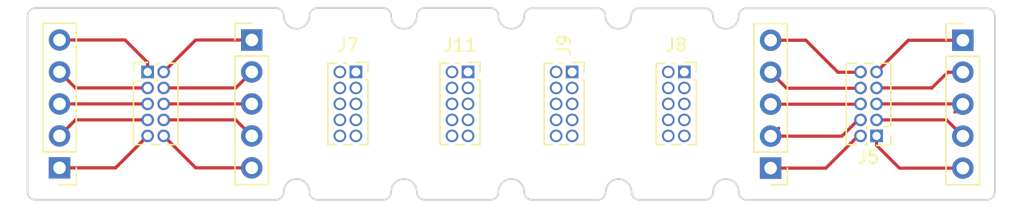
<source format=kicad_pcb>
(kicad_pcb (version 20171130) (host pcbnew "(5.0.0)")

  (general
    (thickness 1.6)
    (drawings 83)
    (tracks 48)
    (zones 0)
    (modules 10)
    (nets 21)
  )

  (page A4)
  (layers
    (0 F.Cu signal)
    (31 B.Cu signal)
    (32 B.Adhes user)
    (33 F.Adhes user)
    (34 B.Paste user)
    (35 F.Paste user)
    (36 B.SilkS user)
    (37 F.SilkS user)
    (38 B.Mask user)
    (39 F.Mask user)
    (40 Dwgs.User user hide)
    (41 Cmts.User user)
    (42 Eco1.User user)
    (43 Eco2.User user)
    (44 Edge.Cuts user)
    (45 Margin user)
    (46 B.CrtYd user)
    (47 F.CrtYd user)
    (48 B.Fab user)
    (49 F.Fab user)
  )

  (setup
    (last_trace_width 0.25)
    (trace_clearance 0.2)
    (zone_clearance 0.508)
    (zone_45_only no)
    (trace_min 0.2)
    (segment_width 0.2)
    (edge_width 0.15)
    (via_size 0.8)
    (via_drill 0.4)
    (via_min_size 0.4)
    (via_min_drill 0.3)
    (uvia_size 0.3)
    (uvia_drill 0.1)
    (uvias_allowed no)
    (uvia_min_size 0.2)
    (uvia_min_drill 0.1)
    (pcb_text_width 0.3)
    (pcb_text_size 1.5 1.5)
    (mod_edge_width 0.15)
    (mod_text_size 1 1)
    (mod_text_width 0.15)
    (pad_size 1.524 1.524)
    (pad_drill 0.762)
    (pad_to_mask_clearance 0.2)
    (aux_axis_origin 0 0)
    (visible_elements 7FFFFFFF)
    (pcbplotparams
      (layerselection 0x010fc_ffffffff)
      (usegerberextensions false)
      (usegerberattributes false)
      (usegerberadvancedattributes false)
      (creategerberjobfile false)
      (excludeedgelayer true)
      (linewidth 0.100000)
      (plotframeref false)
      (viasonmask false)
      (mode 1)
      (useauxorigin false)
      (hpglpennumber 1)
      (hpglpenspeed 20)
      (hpglpendiameter 15.000000)
      (psnegative false)
      (psa4output false)
      (plotreference true)
      (plotvalue true)
      (plotinvisibletext false)
      (padsonsilk false)
      (subtractmaskfromsilk false)
      (outputformat 1)
      (mirror false)
      (drillshape 0)
      (scaleselection 1)
      (outputdirectory "gerber/"))
  )

  (net 0 "")
  (net 1 "Net-(J1-Pad1)")
  (net 2 "Net-(J1-Pad2)")
  (net 3 "Net-(J1-Pad3)")
  (net 4 "Net-(J1-Pad4)")
  (net 5 "Net-(J1-Pad5)")
  (net 6 "Net-(J2-Pad2)")
  (net 7 "Net-(J2-Pad4)")
  (net 8 "Net-(J2-Pad6)")
  (net 9 "Net-(J2-Pad8)")
  (net 10 "Net-(J2-Pad10)")
  (net 11 "Net-(J4-Pad5)")
  (net 12 "Net-(J4-Pad4)")
  (net 13 "Net-(J4-Pad3)")
  (net 14 "Net-(J4-Pad2)")
  (net 15 "Net-(J4-Pad1)")
  (net 16 "Net-(J5-Pad10)")
  (net 17 "Net-(J5-Pad8)")
  (net 18 "Net-(J5-Pad6)")
  (net 19 "Net-(J5-Pad2)")
  (net 20 "Net-(J5-Pad4)")

  (net_class Default "This is the default net class."
    (clearance 0.2)
    (trace_width 0.25)
    (via_dia 0.8)
    (via_drill 0.4)
    (uvia_dia 0.3)
    (uvia_drill 0.1)
    (add_net "Net-(J1-Pad1)")
    (add_net "Net-(J1-Pad2)")
    (add_net "Net-(J1-Pad3)")
    (add_net "Net-(J1-Pad4)")
    (add_net "Net-(J1-Pad5)")
    (add_net "Net-(J2-Pad10)")
    (add_net "Net-(J2-Pad2)")
    (add_net "Net-(J2-Pad4)")
    (add_net "Net-(J2-Pad6)")
    (add_net "Net-(J2-Pad8)")
    (add_net "Net-(J4-Pad1)")
    (add_net "Net-(J4-Pad2)")
    (add_net "Net-(J4-Pad3)")
    (add_net "Net-(J4-Pad4)")
    (add_net "Net-(J4-Pad5)")
    (add_net "Net-(J5-Pad10)")
    (add_net "Net-(J5-Pad2)")
    (add_net "Net-(J5-Pad4)")
    (add_net "Net-(J5-Pad6)")
    (add_net "Net-(J5-Pad8)")
  )

  (module Connector_PinHeader_2.54mm:PinHeader_1x05_P2.54mm_Vertical (layer F.Cu) (tedit 5C55BE3F) (tstamp 5C6E4296)
    (at 27.94 38.1 180)
    (descr "Through hole straight pin header, 1x05, 2.54mm pitch, single row")
    (tags "Through hole pin header THT 1x05 2.54mm single row")
    (path /5C9ECFC9)
    (fp_text reference J1 (at 0 -2.33 180) (layer F.SilkS) hide
      (effects (font (size 1 1) (thickness 0.15)))
    )
    (fp_text value Conn_01x05 (at 0 12.49 180) (layer F.Fab)
      (effects (font (size 1 1) (thickness 0.15)))
    )
    (fp_line (start -0.635 -1.27) (end 1.27 -1.27) (layer F.Fab) (width 0.1))
    (fp_line (start 1.27 -1.27) (end 1.27 11.43) (layer F.Fab) (width 0.1))
    (fp_line (start 1.27 11.43) (end -1.27 11.43) (layer F.Fab) (width 0.1))
    (fp_line (start -1.27 11.43) (end -1.27 -0.635) (layer F.Fab) (width 0.1))
    (fp_line (start -1.27 -0.635) (end -0.635 -1.27) (layer F.Fab) (width 0.1))
    (fp_line (start -1.33 11.49) (end 1.33 11.49) (layer F.SilkS) (width 0.12))
    (fp_line (start -1.33 1.27) (end -1.33 11.49) (layer F.SilkS) (width 0.12))
    (fp_line (start 1.33 1.27) (end 1.33 11.49) (layer F.SilkS) (width 0.12))
    (fp_line (start -1.33 1.27) (end 1.33 1.27) (layer F.SilkS) (width 0.12))
    (fp_line (start -1.33 0) (end -1.33 -1.33) (layer F.SilkS) (width 0.12))
    (fp_line (start -1.33 -1.33) (end 0 -1.33) (layer F.SilkS) (width 0.12))
    (fp_line (start -1.8 -1.8) (end -1.8 11.95) (layer F.CrtYd) (width 0.05))
    (fp_line (start -1.8 11.95) (end 1.8 11.95) (layer F.CrtYd) (width 0.05))
    (fp_line (start 1.8 11.95) (end 1.8 -1.8) (layer F.CrtYd) (width 0.05))
    (fp_line (start 1.8 -1.8) (end -1.8 -1.8) (layer F.CrtYd) (width 0.05))
    (fp_text user %R (at 0 5.08 270) (layer F.Fab)
      (effects (font (size 1 1) (thickness 0.15)))
    )
    (pad 1 thru_hole rect (at 0 0 180) (size 1.7 1.7) (drill 1) (layers *.Cu *.Mask)
      (net 1 "Net-(J1-Pad1)"))
    (pad 2 thru_hole oval (at 0 2.54 180) (size 1.7 1.7) (drill 1) (layers *.Cu *.Mask)
      (net 2 "Net-(J1-Pad2)"))
    (pad 3 thru_hole oval (at 0 5.08 180) (size 1.7 1.7) (drill 1) (layers *.Cu *.Mask)
      (net 3 "Net-(J1-Pad3)"))
    (pad 4 thru_hole oval (at 0 7.62 180) (size 1.7 1.7) (drill 1) (layers *.Cu *.Mask)
      (net 4 "Net-(J1-Pad4)"))
    (pad 5 thru_hole oval (at 0 10.16 180) (size 1.7 1.7) (drill 1) (layers *.Cu *.Mask)
      (net 5 "Net-(J1-Pad5)"))
    (model ${KISYS3DMOD}/Connector_PinHeader_2.54mm.3dshapes/PinHeader_1x05_P2.54mm_Vertical.wrl
      (at (xyz 0 0 0))
      (scale (xyz 1 1 1))
      (rotate (xyz 0 0 0))
    )
  )

  (module Connector_PinHeader_1.27mm:PinHeader_2x05_P1.27mm_Vertical (layer F.Cu) (tedit 5C55BE42) (tstamp 5C6E42BB)
    (at 34.925 30.48)
    (descr "Through hole straight pin header, 2x05, 1.27mm pitch, double rows")
    (tags "Through hole pin header THT 2x05 1.27mm double row")
    (path /5C9E812B)
    (fp_text reference J2 (at 0.635 -1.695) (layer F.SilkS) hide
      (effects (font (size 1 1) (thickness 0.15)))
    )
    (fp_text value "Cortex Debug 10-pin connector" (at 0.635 6.775) (layer F.Fab)
      (effects (font (size 1 1) (thickness 0.15)))
    )
    (fp_line (start -0.2175 -0.635) (end 2.34 -0.635) (layer F.Fab) (width 0.1))
    (fp_line (start 2.34 -0.635) (end 2.34 5.715) (layer F.Fab) (width 0.1))
    (fp_line (start 2.34 5.715) (end -1.07 5.715) (layer F.Fab) (width 0.1))
    (fp_line (start -1.07 5.715) (end -1.07 0.2175) (layer F.Fab) (width 0.1))
    (fp_line (start -1.07 0.2175) (end -0.2175 -0.635) (layer F.Fab) (width 0.1))
    (fp_line (start -1.13 5.775) (end -0.30753 5.775) (layer F.SilkS) (width 0.12))
    (fp_line (start 1.57753 5.775) (end 2.4 5.775) (layer F.SilkS) (width 0.12))
    (fp_line (start 0.30753 5.775) (end 0.96247 5.775) (layer F.SilkS) (width 0.12))
    (fp_line (start -1.13 0.76) (end -1.13 5.775) (layer F.SilkS) (width 0.12))
    (fp_line (start 2.4 -0.695) (end 2.4 5.775) (layer F.SilkS) (width 0.12))
    (fp_line (start -1.13 0.76) (end -0.563471 0.76) (layer F.SilkS) (width 0.12))
    (fp_line (start 0.563471 0.76) (end 0.706529 0.76) (layer F.SilkS) (width 0.12))
    (fp_line (start 0.76 0.706529) (end 0.76 0.563471) (layer F.SilkS) (width 0.12))
    (fp_line (start 0.76 -0.563471) (end 0.76 -0.695) (layer F.SilkS) (width 0.12))
    (fp_line (start 0.76 -0.695) (end 0.96247 -0.695) (layer F.SilkS) (width 0.12))
    (fp_line (start 1.57753 -0.695) (end 2.4 -0.695) (layer F.SilkS) (width 0.12))
    (fp_line (start -1.13 0) (end -1.13 -0.76) (layer F.SilkS) (width 0.12))
    (fp_line (start -1.13 -0.76) (end 0 -0.76) (layer F.SilkS) (width 0.12))
    (fp_line (start -1.6 -1.15) (end -1.6 6.25) (layer F.CrtYd) (width 0.05))
    (fp_line (start -1.6 6.25) (end 2.85 6.25) (layer F.CrtYd) (width 0.05))
    (fp_line (start 2.85 6.25) (end 2.85 -1.15) (layer F.CrtYd) (width 0.05))
    (fp_line (start 2.85 -1.15) (end -1.6 -1.15) (layer F.CrtYd) (width 0.05))
    (fp_text user %R (at 0.635 2.54 90) (layer F.Fab)
      (effects (font (size 1 1) (thickness 0.15)))
    )
    (pad 1 thru_hole rect (at 0 0) (size 1 1) (drill 0.65) (layers *.Cu *.Mask)
      (net 5 "Net-(J1-Pad5)"))
    (pad 2 thru_hole oval (at 1.27 0) (size 1 1) (drill 0.65) (layers *.Cu *.Mask)
      (net 6 "Net-(J2-Pad2)"))
    (pad 3 thru_hole oval (at 0 1.27) (size 1 1) (drill 0.65) (layers *.Cu *.Mask)
      (net 4 "Net-(J1-Pad4)"))
    (pad 4 thru_hole oval (at 1.27 1.27) (size 1 1) (drill 0.65) (layers *.Cu *.Mask)
      (net 7 "Net-(J2-Pad4)"))
    (pad 5 thru_hole oval (at 0 2.54) (size 1 1) (drill 0.65) (layers *.Cu *.Mask)
      (net 3 "Net-(J1-Pad3)"))
    (pad 6 thru_hole oval (at 1.27 2.54) (size 1 1) (drill 0.65) (layers *.Cu *.Mask)
      (net 8 "Net-(J2-Pad6)"))
    (pad 7 thru_hole oval (at 0 3.81) (size 1 1) (drill 0.65) (layers *.Cu *.Mask)
      (net 2 "Net-(J1-Pad2)"))
    (pad 8 thru_hole oval (at 1.27 3.81) (size 1 1) (drill 0.65) (layers *.Cu *.Mask)
      (net 9 "Net-(J2-Pad8)"))
    (pad 9 thru_hole oval (at 0 5.08) (size 1 1) (drill 0.65) (layers *.Cu *.Mask)
      (net 1 "Net-(J1-Pad1)"))
    (pad 10 thru_hole oval (at 1.27 5.08) (size 1 1) (drill 0.65) (layers *.Cu *.Mask)
      (net 10 "Net-(J2-Pad10)"))
    (model ${KISYS3DMOD}/Connector_PinHeader_1.27mm.3dshapes/PinHeader_2x05_P1.27mm_Vertical.wrl
      (at (xyz 0 0 0))
      (scale (xyz 1 1 1))
      (rotate (xyz 0 0 0))
    )
  )

  (module Connector_PinHeader_2.54mm:PinHeader_1x05_P2.54mm_Vertical (layer F.Cu) (tedit 5C55BE3B) (tstamp 5C6E42D4)
    (at 43.18 27.94)
    (descr "Through hole straight pin header, 1x05, 2.54mm pitch, single row")
    (tags "Through hole pin header THT 1x05 2.54mm single row")
    (path /5C9ED083)
    (fp_text reference J3 (at 0 -2.33) (layer F.SilkS) hide
      (effects (font (size 1 1) (thickness 0.15)))
    )
    (fp_text value Conn_01x05 (at 0 12.49) (layer F.Fab)
      (effects (font (size 1 1) (thickness 0.15)))
    )
    (fp_text user %R (at 0 5.08 90) (layer F.Fab)
      (effects (font (size 1 1) (thickness 0.15)))
    )
    (fp_line (start 1.8 -1.8) (end -1.8 -1.8) (layer F.CrtYd) (width 0.05))
    (fp_line (start 1.8 11.95) (end 1.8 -1.8) (layer F.CrtYd) (width 0.05))
    (fp_line (start -1.8 11.95) (end 1.8 11.95) (layer F.CrtYd) (width 0.05))
    (fp_line (start -1.8 -1.8) (end -1.8 11.95) (layer F.CrtYd) (width 0.05))
    (fp_line (start -1.33 -1.33) (end 0 -1.33) (layer F.SilkS) (width 0.12))
    (fp_line (start -1.33 0) (end -1.33 -1.33) (layer F.SilkS) (width 0.12))
    (fp_line (start -1.33 1.27) (end 1.33 1.27) (layer F.SilkS) (width 0.12))
    (fp_line (start 1.33 1.27) (end 1.33 11.49) (layer F.SilkS) (width 0.12))
    (fp_line (start -1.33 1.27) (end -1.33 11.49) (layer F.SilkS) (width 0.12))
    (fp_line (start -1.33 11.49) (end 1.33 11.49) (layer F.SilkS) (width 0.12))
    (fp_line (start -1.27 -0.635) (end -0.635 -1.27) (layer F.Fab) (width 0.1))
    (fp_line (start -1.27 11.43) (end -1.27 -0.635) (layer F.Fab) (width 0.1))
    (fp_line (start 1.27 11.43) (end -1.27 11.43) (layer F.Fab) (width 0.1))
    (fp_line (start 1.27 -1.27) (end 1.27 11.43) (layer F.Fab) (width 0.1))
    (fp_line (start -0.635 -1.27) (end 1.27 -1.27) (layer F.Fab) (width 0.1))
    (pad 5 thru_hole oval (at 0 10.16) (size 1.7 1.7) (drill 1) (layers *.Cu *.Mask)
      (net 10 "Net-(J2-Pad10)"))
    (pad 4 thru_hole oval (at 0 7.62) (size 1.7 1.7) (drill 1) (layers *.Cu *.Mask)
      (net 9 "Net-(J2-Pad8)"))
    (pad 3 thru_hole oval (at 0 5.08) (size 1.7 1.7) (drill 1) (layers *.Cu *.Mask)
      (net 8 "Net-(J2-Pad6)"))
    (pad 2 thru_hole oval (at 0 2.54) (size 1.7 1.7) (drill 1) (layers *.Cu *.Mask)
      (net 7 "Net-(J2-Pad4)"))
    (pad 1 thru_hole rect (at 0 0) (size 1.7 1.7) (drill 1) (layers *.Cu *.Mask)
      (net 6 "Net-(J2-Pad2)"))
    (model ${KISYS3DMOD}/Connector_PinHeader_2.54mm.3dshapes/PinHeader_1x05_P2.54mm_Vertical.wrl
      (at (xyz 0 0 0))
      (scale (xyz 1 1 1))
      (rotate (xyz 0 0 0))
    )
  )

  (module Connector_PinHeader_2.54mm:PinHeader_1x05_P2.54mm_Vertical (layer F.Cu) (tedit 5C55BE2B) (tstamp 5C6E42ED)
    (at 99.552017 27.960885)
    (descr "Through hole straight pin header, 1x05, 2.54mm pitch, single row")
    (tags "Through hole pin header THT 1x05 2.54mm single row")
    (path /5C9E8345)
    (fp_text reference J4 (at 0 -2.33) (layer F.SilkS) hide
      (effects (font (size 1 1) (thickness 0.15)))
    )
    (fp_text value Conn_01x05 (at 0 12.49) (layer F.Fab)
      (effects (font (size 1 1) (thickness 0.15)))
    )
    (fp_text user %R (at 0 5.08 90) (layer F.Fab)
      (effects (font (size 1 1) (thickness 0.15)))
    )
    (fp_line (start 1.8 -1.8) (end -1.8 -1.8) (layer F.CrtYd) (width 0.05))
    (fp_line (start 1.8 11.95) (end 1.8 -1.8) (layer F.CrtYd) (width 0.05))
    (fp_line (start -1.8 11.95) (end 1.8 11.95) (layer F.CrtYd) (width 0.05))
    (fp_line (start -1.8 -1.8) (end -1.8 11.95) (layer F.CrtYd) (width 0.05))
    (fp_line (start -1.33 -1.33) (end 0 -1.33) (layer F.SilkS) (width 0.12))
    (fp_line (start -1.33 0) (end -1.33 -1.33) (layer F.SilkS) (width 0.12))
    (fp_line (start -1.33 1.27) (end 1.33 1.27) (layer F.SilkS) (width 0.12))
    (fp_line (start 1.33 1.27) (end 1.33 11.49) (layer F.SilkS) (width 0.12))
    (fp_line (start -1.33 1.27) (end -1.33 11.49) (layer F.SilkS) (width 0.12))
    (fp_line (start -1.33 11.49) (end 1.33 11.49) (layer F.SilkS) (width 0.12))
    (fp_line (start -1.27 -0.635) (end -0.635 -1.27) (layer F.Fab) (width 0.1))
    (fp_line (start -1.27 11.43) (end -1.27 -0.635) (layer F.Fab) (width 0.1))
    (fp_line (start 1.27 11.43) (end -1.27 11.43) (layer F.Fab) (width 0.1))
    (fp_line (start 1.27 -1.27) (end 1.27 11.43) (layer F.Fab) (width 0.1))
    (fp_line (start -0.635 -1.27) (end 1.27 -1.27) (layer F.Fab) (width 0.1))
    (pad 5 thru_hole oval (at 0 10.16) (size 1.7 1.7) (drill 1) (layers *.Cu *.Mask)
      (net 11 "Net-(J4-Pad5)"))
    (pad 4 thru_hole oval (at 0 7.62) (size 1.7 1.7) (drill 1) (layers *.Cu *.Mask)
      (net 12 "Net-(J4-Pad4)"))
    (pad 3 thru_hole oval (at 0 5.08) (size 1.7 1.7) (drill 1) (layers *.Cu *.Mask)
      (net 13 "Net-(J4-Pad3)"))
    (pad 2 thru_hole oval (at 0 2.54) (size 1.7 1.7) (drill 1) (layers *.Cu *.Mask)
      (net 14 "Net-(J4-Pad2)"))
    (pad 1 thru_hole rect (at 0 0) (size 1.7 1.7) (drill 1) (layers *.Cu *.Mask)
      (net 15 "Net-(J4-Pad1)"))
    (model ${KISYS3DMOD}/Connector_PinHeader_2.54mm.3dshapes/PinHeader_1x05_P2.54mm_Vertical.wrl
      (at (xyz 0 0 0))
      (scale (xyz 1 1 1))
      (rotate (xyz 0 0 0))
    )
  )

  (module Connector_PinHeader_2.54mm:PinHeader_1x05_P2.54mm_Vertical (layer F.Cu) (tedit 5C55BE35) (tstamp 5C6E4306)
    (at 84.312018 38.120885 180)
    (descr "Through hole straight pin header, 1x05, 2.54mm pitch, single row")
    (tags "Through hole pin header THT 1x05 2.54mm single row")
    (path /5C9E821F)
    (fp_text reference J6 (at 0 -2.33 180) (layer F.SilkS) hide
      (effects (font (size 1 1) (thickness 0.15)))
    )
    (fp_text value Conn_01x05 (at 0 12.49 180) (layer F.Fab)
      (effects (font (size 1 1) (thickness 0.15)))
    )
    (fp_line (start -0.635 -1.27) (end 1.27 -1.27) (layer F.Fab) (width 0.1))
    (fp_line (start 1.27 -1.27) (end 1.27 11.43) (layer F.Fab) (width 0.1))
    (fp_line (start 1.27 11.43) (end -1.27 11.43) (layer F.Fab) (width 0.1))
    (fp_line (start -1.27 11.43) (end -1.27 -0.635) (layer F.Fab) (width 0.1))
    (fp_line (start -1.27 -0.635) (end -0.635 -1.27) (layer F.Fab) (width 0.1))
    (fp_line (start -1.33 11.49) (end 1.33 11.49) (layer F.SilkS) (width 0.12))
    (fp_line (start -1.33 1.27) (end -1.33 11.49) (layer F.SilkS) (width 0.12))
    (fp_line (start 1.33 1.27) (end 1.33 11.49) (layer F.SilkS) (width 0.12))
    (fp_line (start -1.33 1.27) (end 1.33 1.27) (layer F.SilkS) (width 0.12))
    (fp_line (start -1.33 0) (end -1.33 -1.33) (layer F.SilkS) (width 0.12))
    (fp_line (start -1.33 -1.33) (end 0 -1.33) (layer F.SilkS) (width 0.12))
    (fp_line (start -1.8 -1.8) (end -1.8 11.95) (layer F.CrtYd) (width 0.05))
    (fp_line (start -1.8 11.95) (end 1.8 11.95) (layer F.CrtYd) (width 0.05))
    (fp_line (start 1.8 11.95) (end 1.8 -1.8) (layer F.CrtYd) (width 0.05))
    (fp_line (start 1.8 -1.8) (end -1.8 -1.8) (layer F.CrtYd) (width 0.05))
    (fp_text user %R (at 0 5.08 270) (layer F.Fab)
      (effects (font (size 1 1) (thickness 0.15)))
    )
    (pad 1 thru_hole rect (at 0 0 180) (size 1.7 1.7) (drill 1) (layers *.Cu *.Mask)
      (net 19 "Net-(J5-Pad2)"))
    (pad 2 thru_hole oval (at 0 2.54 180) (size 1.7 1.7) (drill 1) (layers *.Cu *.Mask)
      (net 20 "Net-(J5-Pad4)"))
    (pad 3 thru_hole oval (at 0 5.08 180) (size 1.7 1.7) (drill 1) (layers *.Cu *.Mask)
      (net 18 "Net-(J5-Pad6)"))
    (pad 4 thru_hole oval (at 0 7.62 180) (size 1.7 1.7) (drill 1) (layers *.Cu *.Mask)
      (net 17 "Net-(J5-Pad8)"))
    (pad 5 thru_hole oval (at 0 10.16 180) (size 1.7 1.7) (drill 1) (layers *.Cu *.Mask)
      (net 16 "Net-(J5-Pad10)"))
    (model ${KISYS3DMOD}/Connector_PinHeader_2.54mm.3dshapes/PinHeader_1x05_P2.54mm_Vertical.wrl
      (at (xyz 0 0 0))
      (scale (xyz 1 1 1))
      (rotate (xyz 0 0 0))
    )
  )

  (module Connector_PinSocket_1.27mm:PinSocket_2x05_P1.27mm_Vertical (layer F.Cu) (tedit 5A19A420) (tstamp 5DDE9C78)
    (at 77.47 30.48)
    (descr "Through hole straight socket strip, 2x05, 1.27mm pitch, double cols (from Kicad 4.0.7), script generated")
    (tags "Through hole socket strip THT 2x05 1.27mm double row")
    (path /5C9EF413)
    (fp_text reference J8 (at -0.635 -2.135) (layer F.SilkS)
      (effects (font (size 1 1) (thickness 0.15)))
    )
    (fp_text value TC2050_pogo (at -0.635 7.215) (layer F.Fab)
      (effects (font (size 1 1) (thickness 0.15)))
    )
    (fp_line (start -2.16 -0.635) (end 0.1275 -0.635) (layer F.Fab) (width 0.1))
    (fp_line (start 0.1275 -0.635) (end 0.89 0.1275) (layer F.Fab) (width 0.1))
    (fp_line (start 0.89 0.1275) (end 0.89 5.715) (layer F.Fab) (width 0.1))
    (fp_line (start 0.89 5.715) (end -2.16 5.715) (layer F.Fab) (width 0.1))
    (fp_line (start -2.16 5.715) (end -2.16 -0.635) (layer F.Fab) (width 0.1))
    (fp_line (start -2.22 -0.695) (end -1.57753 -0.695) (layer F.SilkS) (width 0.12))
    (fp_line (start -0.96247 -0.695) (end -0.76 -0.695) (layer F.SilkS) (width 0.12))
    (fp_line (start -2.22 -0.695) (end -2.22 5.775) (layer F.SilkS) (width 0.12))
    (fp_line (start 0.30753 5.775) (end 0.95 5.775) (layer F.SilkS) (width 0.12))
    (fp_line (start -2.22 5.775) (end -1.57753 5.775) (layer F.SilkS) (width 0.12))
    (fp_line (start -0.96247 5.775) (end -0.30753 5.775) (layer F.SilkS) (width 0.12))
    (fp_line (start 0.95 0.635) (end 0.95 5.775) (layer F.SilkS) (width 0.12))
    (fp_line (start 0.76 0.635) (end 0.95 0.635) (layer F.SilkS) (width 0.12))
    (fp_line (start 0.95 -0.76) (end 0.95 0) (layer F.SilkS) (width 0.12))
    (fp_line (start 0 -0.76) (end 0.95 -0.76) (layer F.SilkS) (width 0.12))
    (fp_line (start -2.67 -1.15) (end 1.38 -1.15) (layer F.CrtYd) (width 0.05))
    (fp_line (start 1.38 -1.15) (end 1.38 6.2) (layer F.CrtYd) (width 0.05))
    (fp_line (start 1.38 6.2) (end -2.67 6.2) (layer F.CrtYd) (width 0.05))
    (fp_line (start -2.67 6.2) (end -2.67 -1.15) (layer F.CrtYd) (width 0.05))
    (fp_text user %R (at -0.635 2.54 90) (layer F.Fab)
      (effects (font (size 1 1) (thickness 0.15)))
    )
    (pad 1 thru_hole rect (at 0 0) (size 1 1) (drill 0.7) (layers *.Cu *.Mask))
    (pad 2 thru_hole oval (at -1.27 0) (size 1 1) (drill 0.7) (layers *.Cu *.Mask))
    (pad 3 thru_hole oval (at 0 1.27) (size 1 1) (drill 0.7) (layers *.Cu *.Mask))
    (pad 4 thru_hole oval (at -1.27 1.27) (size 1 1) (drill 0.7) (layers *.Cu *.Mask))
    (pad 5 thru_hole oval (at 0 2.54) (size 1 1) (drill 0.7) (layers *.Cu *.Mask))
    (pad 6 thru_hole oval (at -1.27 2.54) (size 1 1) (drill 0.7) (layers *.Cu *.Mask))
    (pad 7 thru_hole oval (at 0 3.81) (size 1 1) (drill 0.7) (layers *.Cu *.Mask))
    (pad 8 thru_hole oval (at -1.27 3.81) (size 1 1) (drill 0.7) (layers *.Cu *.Mask))
    (pad 9 thru_hole oval (at 0 5.08) (size 1 1) (drill 0.7) (layers *.Cu *.Mask))
    (pad 10 thru_hole oval (at -1.27 5.08) (size 1 1) (drill 0.7) (layers *.Cu *.Mask))
    (model ${KISYS3DMOD}/Connector_PinSocket_1.27mm.3dshapes/PinSocket_2x05_P1.27mm_Vertical.wrl
      (at (xyz 0 0 0))
      (scale (xyz 1 1 1))
      (rotate (xyz 0 0 0))
    )
  )

  (module Connector_PinSocket_1.27mm:PinSocket_2x05_P1.27mm_Vertical (layer F.Cu) (tedit 5A19A420) (tstamp 5DDE9C99)
    (at 68.58 30.48)
    (descr "Through hole straight socket strip, 2x05, 1.27mm pitch, double cols (from Kicad 4.0.7), script generated")
    (tags "Through hole socket strip THT 2x05 1.27mm double row")
    (path /5C9F4EED)
    (fp_text reference J9 (at -0.635 -2.135 90) (layer F.SilkS)
      (effects (font (size 1 1) (thickness 0.15)))
    )
    (fp_text value TC2050_pogo (at -0.635 7.215) (layer F.Fab)
      (effects (font (size 1 1) (thickness 0.15)))
    )
    (fp_text user %R (at -0.635 2.54 90) (layer F.Fab)
      (effects (font (size 1 1) (thickness 0.15)))
    )
    (fp_line (start -2.67 6.2) (end -2.67 -1.15) (layer F.CrtYd) (width 0.05))
    (fp_line (start 1.38 6.2) (end -2.67 6.2) (layer F.CrtYd) (width 0.05))
    (fp_line (start 1.38 -1.15) (end 1.38 6.2) (layer F.CrtYd) (width 0.05))
    (fp_line (start -2.67 -1.15) (end 1.38 -1.15) (layer F.CrtYd) (width 0.05))
    (fp_line (start 0 -0.76) (end 0.95 -0.76) (layer F.SilkS) (width 0.12))
    (fp_line (start 0.95 -0.76) (end 0.95 0) (layer F.SilkS) (width 0.12))
    (fp_line (start 0.76 0.635) (end 0.95 0.635) (layer F.SilkS) (width 0.12))
    (fp_line (start 0.95 0.635) (end 0.95 5.775) (layer F.SilkS) (width 0.12))
    (fp_line (start -0.96247 5.775) (end -0.30753 5.775) (layer F.SilkS) (width 0.12))
    (fp_line (start -2.22 5.775) (end -1.57753 5.775) (layer F.SilkS) (width 0.12))
    (fp_line (start 0.30753 5.775) (end 0.95 5.775) (layer F.SilkS) (width 0.12))
    (fp_line (start -2.22 -0.695) (end -2.22 5.775) (layer F.SilkS) (width 0.12))
    (fp_line (start -0.96247 -0.695) (end -0.76 -0.695) (layer F.SilkS) (width 0.12))
    (fp_line (start -2.22 -0.695) (end -1.57753 -0.695) (layer F.SilkS) (width 0.12))
    (fp_line (start -2.16 5.715) (end -2.16 -0.635) (layer F.Fab) (width 0.1))
    (fp_line (start 0.89 5.715) (end -2.16 5.715) (layer F.Fab) (width 0.1))
    (fp_line (start 0.89 0.1275) (end 0.89 5.715) (layer F.Fab) (width 0.1))
    (fp_line (start 0.1275 -0.635) (end 0.89 0.1275) (layer F.Fab) (width 0.1))
    (fp_line (start -2.16 -0.635) (end 0.1275 -0.635) (layer F.Fab) (width 0.1))
    (pad 10 thru_hole oval (at -1.27 5.08) (size 1 1) (drill 0.7) (layers *.Cu *.Mask))
    (pad 9 thru_hole oval (at 0 5.08) (size 1 1) (drill 0.7) (layers *.Cu *.Mask))
    (pad 8 thru_hole oval (at -1.27 3.81) (size 1 1) (drill 0.7) (layers *.Cu *.Mask))
    (pad 7 thru_hole oval (at 0 3.81) (size 1 1) (drill 0.7) (layers *.Cu *.Mask))
    (pad 6 thru_hole oval (at -1.27 2.54) (size 1 1) (drill 0.7) (layers *.Cu *.Mask))
    (pad 5 thru_hole oval (at 0 2.54) (size 1 1) (drill 0.7) (layers *.Cu *.Mask))
    (pad 4 thru_hole oval (at -1.27 1.27) (size 1 1) (drill 0.7) (layers *.Cu *.Mask))
    (pad 3 thru_hole oval (at 0 1.27) (size 1 1) (drill 0.7) (layers *.Cu *.Mask))
    (pad 2 thru_hole oval (at -1.27 0) (size 1 1) (drill 0.7) (layers *.Cu *.Mask))
    (pad 1 thru_hole rect (at 0 0) (size 1 1) (drill 0.7) (layers *.Cu *.Mask))
    (model ${KISYS3DMOD}/Connector_PinSocket_1.27mm.3dshapes/PinSocket_2x05_P1.27mm_Vertical.wrl
      (at (xyz 0 0 0))
      (scale (xyz 1 1 1))
      (rotate (xyz 0 0 0))
    )
  )

  (module Connector_PinSocket_1.27mm:PinSocket_2x05_P1.27mm_Vertical (layer F.Cu) (tedit 5A19A420) (tstamp 5DDE9CBA)
    (at 60.325 30.48)
    (descr "Through hole straight socket strip, 2x05, 1.27mm pitch, double cols (from Kicad 4.0.7), script generated")
    (tags "Through hole socket strip THT 2x05 1.27mm double row")
    (path /5C9F59C3)
    (fp_text reference J11 (at -0.635 -2.135) (layer F.SilkS)
      (effects (font (size 1 1) (thickness 0.15)))
    )
    (fp_text value TC2050_pogo (at -0.635 7.215) (layer F.Fab)
      (effects (font (size 1 1) (thickness 0.15)))
    )
    (fp_line (start -2.16 -0.635) (end 0.1275 -0.635) (layer F.Fab) (width 0.1))
    (fp_line (start 0.1275 -0.635) (end 0.89 0.1275) (layer F.Fab) (width 0.1))
    (fp_line (start 0.89 0.1275) (end 0.89 5.715) (layer F.Fab) (width 0.1))
    (fp_line (start 0.89 5.715) (end -2.16 5.715) (layer F.Fab) (width 0.1))
    (fp_line (start -2.16 5.715) (end -2.16 -0.635) (layer F.Fab) (width 0.1))
    (fp_line (start -2.22 -0.695) (end -1.57753 -0.695) (layer F.SilkS) (width 0.12))
    (fp_line (start -0.96247 -0.695) (end -0.76 -0.695) (layer F.SilkS) (width 0.12))
    (fp_line (start -2.22 -0.695) (end -2.22 5.775) (layer F.SilkS) (width 0.12))
    (fp_line (start 0.30753 5.775) (end 0.95 5.775) (layer F.SilkS) (width 0.12))
    (fp_line (start -2.22 5.775) (end -1.57753 5.775) (layer F.SilkS) (width 0.12))
    (fp_line (start -0.96247 5.775) (end -0.30753 5.775) (layer F.SilkS) (width 0.12))
    (fp_line (start 0.95 0.635) (end 0.95 5.775) (layer F.SilkS) (width 0.12))
    (fp_line (start 0.76 0.635) (end 0.95 0.635) (layer F.SilkS) (width 0.12))
    (fp_line (start 0.95 -0.76) (end 0.95 0) (layer F.SilkS) (width 0.12))
    (fp_line (start 0 -0.76) (end 0.95 -0.76) (layer F.SilkS) (width 0.12))
    (fp_line (start -2.67 -1.15) (end 1.38 -1.15) (layer F.CrtYd) (width 0.05))
    (fp_line (start 1.38 -1.15) (end 1.38 6.2) (layer F.CrtYd) (width 0.05))
    (fp_line (start 1.38 6.2) (end -2.67 6.2) (layer F.CrtYd) (width 0.05))
    (fp_line (start -2.67 6.2) (end -2.67 -1.15) (layer F.CrtYd) (width 0.05))
    (fp_text user %R (at -0.635 2.54 90) (layer F.Fab)
      (effects (font (size 1 1) (thickness 0.15)))
    )
    (pad 1 thru_hole rect (at 0 0) (size 1 1) (drill 0.7) (layers *.Cu *.Mask))
    (pad 2 thru_hole oval (at -1.27 0) (size 1 1) (drill 0.7) (layers *.Cu *.Mask))
    (pad 3 thru_hole oval (at 0 1.27) (size 1 1) (drill 0.7) (layers *.Cu *.Mask))
    (pad 4 thru_hole oval (at -1.27 1.27) (size 1 1) (drill 0.7) (layers *.Cu *.Mask))
    (pad 5 thru_hole oval (at 0 2.54) (size 1 1) (drill 0.7) (layers *.Cu *.Mask))
    (pad 6 thru_hole oval (at -1.27 2.54) (size 1 1) (drill 0.7) (layers *.Cu *.Mask))
    (pad 7 thru_hole oval (at 0 3.81) (size 1 1) (drill 0.7) (layers *.Cu *.Mask))
    (pad 8 thru_hole oval (at -1.27 3.81) (size 1 1) (drill 0.7) (layers *.Cu *.Mask))
    (pad 9 thru_hole oval (at 0 5.08) (size 1 1) (drill 0.7) (layers *.Cu *.Mask))
    (pad 10 thru_hole oval (at -1.27 5.08) (size 1 1) (drill 0.7) (layers *.Cu *.Mask))
    (model ${KISYS3DMOD}/Connector_PinSocket_1.27mm.3dshapes/PinSocket_2x05_P1.27mm_Vertical.wrl
      (at (xyz 0 0 0))
      (scale (xyz 1 1 1))
      (rotate (xyz 0 0 0))
    )
  )

  (module Connector_PinSocket_1.27mm:PinSocket_2x05_P1.27mm_Vertical (layer F.Cu) (tedit 5A19A420) (tstamp 5DDEA577)
    (at 51.435 30.48)
    (descr "Through hole straight socket strip, 2x05, 1.27mm pitch, double cols (from Kicad 4.0.7), script generated")
    (tags "Through hole socket strip THT 2x05 1.27mm double row")
    (path /5C9EF3BD)
    (fp_text reference J7 (at -0.635 -2.135) (layer F.SilkS)
      (effects (font (size 1 1) (thickness 0.15)))
    )
    (fp_text value TC2050_pogo_alignment (at -0.635 7.215) (layer F.Fab)
      (effects (font (size 1 1) (thickness 0.15)))
    )
    (fp_text user %R (at -0.635 2.54 90) (layer F.Fab)
      (effects (font (size 1 1) (thickness 0.15)))
    )
    (fp_line (start -2.67 6.2) (end -2.67 -1.15) (layer F.CrtYd) (width 0.05))
    (fp_line (start 1.38 6.2) (end -2.67 6.2) (layer F.CrtYd) (width 0.05))
    (fp_line (start 1.38 -1.15) (end 1.38 6.2) (layer F.CrtYd) (width 0.05))
    (fp_line (start -2.67 -1.15) (end 1.38 -1.15) (layer F.CrtYd) (width 0.05))
    (fp_line (start 0 -0.76) (end 0.95 -0.76) (layer F.SilkS) (width 0.12))
    (fp_line (start 0.95 -0.76) (end 0.95 0) (layer F.SilkS) (width 0.12))
    (fp_line (start 0.76 0.635) (end 0.95 0.635) (layer F.SilkS) (width 0.12))
    (fp_line (start 0.95 0.635) (end 0.95 5.775) (layer F.SilkS) (width 0.12))
    (fp_line (start -0.96247 5.775) (end -0.30753 5.775) (layer F.SilkS) (width 0.12))
    (fp_line (start -2.22 5.775) (end -1.57753 5.775) (layer F.SilkS) (width 0.12))
    (fp_line (start 0.30753 5.775) (end 0.95 5.775) (layer F.SilkS) (width 0.12))
    (fp_line (start -2.22 -0.695) (end -2.22 5.775) (layer F.SilkS) (width 0.12))
    (fp_line (start -0.96247 -0.695) (end -0.76 -0.695) (layer F.SilkS) (width 0.12))
    (fp_line (start -2.22 -0.695) (end -1.57753 -0.695) (layer F.SilkS) (width 0.12))
    (fp_line (start -2.16 5.715) (end -2.16 -0.635) (layer F.Fab) (width 0.1))
    (fp_line (start 0.89 5.715) (end -2.16 5.715) (layer F.Fab) (width 0.1))
    (fp_line (start 0.89 0.1275) (end 0.89 5.715) (layer F.Fab) (width 0.1))
    (fp_line (start 0.1275 -0.635) (end 0.89 0.1275) (layer F.Fab) (width 0.1))
    (fp_line (start -2.16 -0.635) (end 0.1275 -0.635) (layer F.Fab) (width 0.1))
    (pad 10 thru_hole oval (at -1.27 5.08) (size 1 1) (drill 0.7) (layers *.Cu *.Mask))
    (pad 9 thru_hole oval (at 0 5.08) (size 1 1) (drill 0.7) (layers *.Cu *.Mask))
    (pad 8 thru_hole oval (at -1.27 3.81) (size 1 1) (drill 0.7) (layers *.Cu *.Mask))
    (pad 7 thru_hole oval (at 0 3.81) (size 1 1) (drill 0.7) (layers *.Cu *.Mask))
    (pad 6 thru_hole oval (at -1.27 2.54) (size 1 1) (drill 0.7) (layers *.Cu *.Mask))
    (pad 5 thru_hole oval (at 0 2.54) (size 1 1) (drill 0.7) (layers *.Cu *.Mask))
    (pad 4 thru_hole oval (at -1.27 1.27) (size 1 1) (drill 0.7) (layers *.Cu *.Mask))
    (pad 3 thru_hole oval (at 0 1.27) (size 1 1) (drill 0.7) (layers *.Cu *.Mask))
    (pad 2 thru_hole oval (at -1.27 0) (size 1 1) (drill 0.7) (layers *.Cu *.Mask))
    (pad 1 thru_hole rect (at 0 0) (size 1 1) (drill 0.7) (layers *.Cu *.Mask))
    (model ${KISYS3DMOD}/Connector_PinSocket_1.27mm.3dshapes/PinSocket_2x05_P1.27mm_Vertical.wrl
      (at (xyz 0 0 0))
      (scale (xyz 1 1 1))
      (rotate (xyz 0 0 0))
    )
  )

  (module Connector_PinHeader_1.27mm:PinHeader_2x05_P1.27mm_Vertical (layer F.Cu) (tedit 59FED6E3) (tstamp 5DDEAA45)
    (at 92.71 35.56 180)
    (descr "Through hole straight pin header, 2x05, 1.27mm pitch, double rows")
    (tags "Through hole pin header THT 2x05 1.27mm double row")
    (path /5DF01131)
    (fp_text reference J5 (at 0.635 -1.695 180) (layer F.SilkS)
      (effects (font (size 1 1) (thickness 0.15)))
    )
    (fp_text value "Cortex Debug 10-pin connector" (at 0.635 6.775 180) (layer F.Fab)
      (effects (font (size 1 1) (thickness 0.15)))
    )
    (fp_line (start -0.2175 -0.635) (end 2.34 -0.635) (layer F.Fab) (width 0.1))
    (fp_line (start 2.34 -0.635) (end 2.34 5.715) (layer F.Fab) (width 0.1))
    (fp_line (start 2.34 5.715) (end -1.07 5.715) (layer F.Fab) (width 0.1))
    (fp_line (start -1.07 5.715) (end -1.07 0.2175) (layer F.Fab) (width 0.1))
    (fp_line (start -1.07 0.2175) (end -0.2175 -0.635) (layer F.Fab) (width 0.1))
    (fp_line (start -1.13 5.775) (end -0.30753 5.775) (layer F.SilkS) (width 0.12))
    (fp_line (start 1.57753 5.775) (end 2.4 5.775) (layer F.SilkS) (width 0.12))
    (fp_line (start 0.30753 5.775) (end 0.96247 5.775) (layer F.SilkS) (width 0.12))
    (fp_line (start -1.13 0.76) (end -1.13 5.775) (layer F.SilkS) (width 0.12))
    (fp_line (start 2.4 -0.695) (end 2.4 5.775) (layer F.SilkS) (width 0.12))
    (fp_line (start -1.13 0.76) (end -0.563471 0.76) (layer F.SilkS) (width 0.12))
    (fp_line (start 0.563471 0.76) (end 0.706529 0.76) (layer F.SilkS) (width 0.12))
    (fp_line (start 0.76 0.706529) (end 0.76 0.563471) (layer F.SilkS) (width 0.12))
    (fp_line (start 0.76 -0.563471) (end 0.76 -0.695) (layer F.SilkS) (width 0.12))
    (fp_line (start 0.76 -0.695) (end 0.96247 -0.695) (layer F.SilkS) (width 0.12))
    (fp_line (start 1.57753 -0.695) (end 2.4 -0.695) (layer F.SilkS) (width 0.12))
    (fp_line (start -1.13 0) (end -1.13 -0.76) (layer F.SilkS) (width 0.12))
    (fp_line (start -1.13 -0.76) (end 0 -0.76) (layer F.SilkS) (width 0.12))
    (fp_line (start -1.6 -1.15) (end -1.6 6.25) (layer F.CrtYd) (width 0.05))
    (fp_line (start -1.6 6.25) (end 2.85 6.25) (layer F.CrtYd) (width 0.05))
    (fp_line (start 2.85 6.25) (end 2.85 -1.15) (layer F.CrtYd) (width 0.05))
    (fp_line (start 2.85 -1.15) (end -1.6 -1.15) (layer F.CrtYd) (width 0.05))
    (fp_text user %R (at 0.635 2.54 270) (layer F.Fab)
      (effects (font (size 1 1) (thickness 0.15)))
    )
    (pad 1 thru_hole rect (at 0 0 180) (size 1 1) (drill 0.65) (layers *.Cu *.Mask)
      (net 11 "Net-(J4-Pad5)"))
    (pad 2 thru_hole oval (at 1.27 0 180) (size 1 1) (drill 0.65) (layers *.Cu *.Mask)
      (net 19 "Net-(J5-Pad2)"))
    (pad 3 thru_hole oval (at 0 1.27 180) (size 1 1) (drill 0.65) (layers *.Cu *.Mask)
      (net 12 "Net-(J4-Pad4)"))
    (pad 4 thru_hole oval (at 1.27 1.27 180) (size 1 1) (drill 0.65) (layers *.Cu *.Mask)
      (net 20 "Net-(J5-Pad4)"))
    (pad 5 thru_hole oval (at 0 2.54 180) (size 1 1) (drill 0.65) (layers *.Cu *.Mask)
      (net 13 "Net-(J4-Pad3)"))
    (pad 6 thru_hole oval (at 1.27 2.54 180) (size 1 1) (drill 0.65) (layers *.Cu *.Mask)
      (net 18 "Net-(J5-Pad6)"))
    (pad 7 thru_hole oval (at 0 3.81 180) (size 1 1) (drill 0.65) (layers *.Cu *.Mask)
      (net 14 "Net-(J4-Pad2)"))
    (pad 8 thru_hole oval (at 1.27 3.81 180) (size 1 1) (drill 0.65) (layers *.Cu *.Mask)
      (net 17 "Net-(J5-Pad8)"))
    (pad 9 thru_hole oval (at 0 5.08 180) (size 1 1) (drill 0.65) (layers *.Cu *.Mask)
      (net 15 "Net-(J4-Pad1)"))
    (pad 10 thru_hole oval (at 1.27 5.08 180) (size 1 1) (drill 0.65) (layers *.Cu *.Mask)
      (net 16 "Net-(J5-Pad10)"))
    (model ${KISYS3DMOD}/Connector_PinHeader_1.27mm.3dshapes/PinHeader_2x05_P1.27mm_Vertical.wrl
      (at (xyz 0 0 0))
      (scale (xyz 1 1 1))
      (rotate (xyz 0 0 0))
    )
  )

  (gr_line (start 82.423 40.64) (end 101.472999 40.64) (layer Edge.Cuts) (width 0.15) (tstamp 5CC15535))
  (gr_line (start 73.914 40.64) (end 79.121 40.64) (layer Edge.Cuts) (width 0.15) (tstamp 5CC15532))
  (gr_line (start 65.405 40.64) (end 70.612 40.64) (layer Edge.Cuts) (width 0.15) (tstamp 5CC1552F))
  (gr_line (start 56.896 40.64) (end 62.103 40.64) (layer Edge.Cuts) (width 0.15) (tstamp 5CC1552B))
  (gr_line (start 48.387 40.64) (end 53.594 40.64) (layer Edge.Cuts) (width 0.15) (tstamp 5CC15527))
  (gr_arc (start 82.423 40.005) (end 81.788 40.005) (angle -90) (layer Edge.Cuts) (width 0.15) (tstamp 5CC15517))
  (gr_arc (start 79.121 40.005) (end 79.121 40.64) (angle -90) (layer Edge.Cuts) (width 0.15) (tstamp 5CC15514))
  (gr_arc (start 73.914 40.005) (end 73.279 40.005) (angle -90) (layer Edge.Cuts) (width 0.15) (tstamp 5CC15511))
  (gr_arc (start 70.596017 40.005) (end 70.612 40.64) (angle -90) (layer Edge.Cuts) (width 0.15) (tstamp 5CC1550D))
  (gr_arc (start 80.771999 40.005) (end 81.787998 40.005) (angle -180) (layer Edge.Cuts) (width 0.15) (tstamp 5CC15509))
  (gr_arc (start 72.263 40.005) (end 73.278999 40.005) (angle -180) (layer Edge.Cuts) (width 0.15) (tstamp 5CC15507))
  (gr_arc (start 63.754 26.035) (end 62.738 26.035) (angle -180) (layer Edge.Cuts) (width 0.15) (tstamp 5CC15500))
  (gr_arc (start 56.896 40.005) (end 56.261 40.005) (angle -90) (layer Edge.Cuts) (width 0.15) (tstamp 5CC15466))
  (gr_arc (start 53.594 40.005) (end 53.594 40.64) (angle -90) (layer Edge.Cuts) (width 0.15) (tstamp 5CC15463))
  (gr_arc (start 63.754001 40.005) (end 64.77 40.005) (angle -180) (layer Edge.Cuts) (width 0.15) (tstamp 5CC15459))
  (gr_arc (start 46.736 40.005) (end 47.751999 40.005) (angle -180) (layer Edge.Cuts) (width 0.15) (tstamp 5CC15456))
  (gr_arc (start 48.387 40.005) (end 47.752 40.005) (angle -90) (layer Edge.Cuts) (width 0.15) (tstamp 5CC15453))
  (gr_arc (start 45.085 40.005) (end 45.085 40.64) (angle -90) (layer Edge.Cuts) (width 0.15) (tstamp 5CC15435))
  (gr_arc (start 55.245 40.005) (end 56.260999 40.005) (angle -180) (layer Edge.Cuts) (width 0.15) (tstamp 5CC1542D))
  (gr_arc (start 55.245 26.035) (end 54.229 26.035) (angle -180) (layer Edge.Cuts) (width 0.15))
  (gr_arc (start 72.247017 26.035) (end 71.231017 26.035) (angle -180) (layer Edge.Cuts) (width 0.15))
  (gr_arc (start 80.756018 26.035) (end 79.740018 26.035001) (angle -180) (layer Edge.Cuts) (width 0.15))
  (gr_arc (start 46.736 26.035) (end 45.72 26.035) (angle -180) (layer Edge.Cuts) (width 0.15))
  (gr_line (start 26.035 40.005) (end 45.085 26.035) (layer Dwgs.User) (width 0.2))
  (gr_line (start 26.035 26.035) (end 45.085 40.005) (layer Dwgs.User) (width 0.2))
  (gr_line (start 26.035 26.035) (end 26.3525 26.035) (layer Dwgs.User) (width 0.2))
  (gr_line (start 45.085 26.035) (end 44.5135 26.035) (layer Dwgs.User) (width 0.2))
  (gr_line (start 45.085 40.005) (end 44.8945 40.005) (layer Dwgs.User) (width 0.2))
  (gr_line (start 26.035 40.005) (end 26.2255 40.005) (layer Dwgs.User) (width 0.2))
  (gr_line (start 26.035 43.307) (end 45.085 57.277) (layer Dwgs.User) (width 0.2))
  (gr_line (start 26.035 57.277) (end 45.085 43.307) (layer Dwgs.User) (width 0.2))
  (gr_line (start 26.035 57.277) (end 26.416 57.277) (layer Dwgs.User) (width 0.2))
  (gr_line (start 45.085 57.277) (end 44.7675 57.277) (layer Dwgs.User) (width 0.2))
  (gr_line (start 45.085 43.307) (end 44.7675 43.307) (layer Dwgs.User) (width 0.2))
  (gr_line (start 26.035 43.307) (end 26.162 43.307) (layer Dwgs.User) (width 0.2))
  (gr_line (start 56.896 57.277) (end 62.103 43.307) (layer Dwgs.User) (width 0.2))
  (gr_line (start 56.896 43.307) (end 62.103 57.277) (layer Dwgs.User) (width 0.2))
  (gr_line (start 62.103 43.307) (end 61.722 43.307) (layer Dwgs.User) (width 0.2))
  (gr_line (start 62.103 57.277) (end 61.849 57.277) (layer Dwgs.User) (width 0.2))
  (gr_line (start 56.896 57.277) (end 57.277 57.277) (layer Dwgs.User) (width 0.2))
  (gr_line (start 56.896 43.307) (end 56.896 43.688) (layer Dwgs.User) (width 0.2))
  (gr_line (start 48.387 43.307) (end 53.594 57.277) (layer Dwgs.User) (width 0.2))
  (gr_line (start 53.594 43.307) (end 48.387 43.307) (layer Dwgs.User) (width 0.2))
  (gr_line (start 48.387 57.277) (end 53.594 43.307) (layer Dwgs.User) (width 0.2))
  (gr_line (start 53.594 57.277) (end 53.594 57.404) (layer Dwgs.User) (width 0.2))
  (gr_line (start 53.721 57.277) (end 53.594 57.277) (layer Dwgs.User) (width 0.2))
  (gr_line (start 53.594 57.277) (end 53.721 57.277) (layer Dwgs.User) (width 0.2))
  (gr_line (start 53.594 43.561) (end 53.594 43.307) (layer Dwgs.User) (width 0.2))
  (gr_line (start 53.34 43.307) (end 53.594 43.561) (layer Dwgs.User) (width 0.2))
  (gr_line (start 53.594 43.307) (end 53.34 43.307) (layer Dwgs.User) (width 0.2))
  (gr_line (start 48.5775 43.307) (end 48.387 43.307) (layer Dwgs.User) (width 0.2))
  (gr_line (start 48.387 43.4975) (end 48.5775 43.307) (layer Dwgs.User) (width 0.2))
  (gr_line (start 48.387 43.307) (end 48.387 43.4975) (layer Dwgs.User) (width 0.2))
  (gr_line (start 48.387 57.277) (end 48.387 57.0865) (layer Dwgs.User) (width 0.2))
  (gr_line (start 48.387 57.277) (end 48.7045 57.277) (layer Dwgs.User) (width 0.2))
  (gr_line (start 25.527 57.912) (end 62.992 57.912) (layer Dwgs.User) (width 0.2) (tstamp 5C865295))
  (gr_line (start 25.4 42.672) (end 63.373 42.672) (layer Dwgs.User) (width 0.15) (tstamp 5C86528C))
  (gr_line (start 25.527 40.64) (end 63.373 40.64) (layer Dwgs.User) (width 0.15))
  (gr_line (start 56.896 25.4) (end 62.103 25.4) (layer Edge.Cuts) (width 0.15) (tstamp 5C864C5D))
  (gr_arc (start 62.103 40.005) (end 62.103 40.64) (angle -90) (layer Edge.Cuts) (width 0.15) (tstamp 5C864C5C))
  (gr_arc (start 65.404999 26.055884) (end 65.405001 25.420885) (angle -90) (layer Edge.Cuts) (width 0.15) (tstamp 5C865277))
  (gr_line (start 65.389019 25.420885) (end 70.596019 25.420885) (layer Edge.Cuts) (width 0.15) (tstamp 5C86527D))
  (gr_arc (start 70.596017 26.055884) (end 71.231017 26.055884) (angle -90) (layer Edge.Cuts) (width 0.15) (tstamp 5C865286))
  (gr_arc (start 65.405 40.005) (end 64.77 40.005) (angle -90) (layer Edge.Cuts) (width 0.15) (tstamp 5C865280))
  (gr_arc (start 62.103 26.035) (end 62.738 26.035) (angle -90) (layer Edge.Cuts) (width 0.15) (tstamp 5C864C53))
  (gr_arc (start 56.896 26.035) (end 56.896 25.4) (angle -90) (layer Edge.Cuts) (width 0.15) (tstamp 5C864C52))
  (gr_arc (start 73.898017 26.055885) (end 73.898018 25.420885) (angle -90) (layer Edge.Cuts) (width 0.15) (tstamp 5C8653A6))
  (gr_line (start 73.898018 25.420885) (end 79.105018 25.420885) (layer Edge.Cuts) (width 0.15) (tstamp 5C8653A9))
  (gr_arc (start 79.105017 26.055885) (end 79.740017 26.055885) (angle -90) (layer Edge.Cuts) (width 0.15) (tstamp 5C8653AC))
  (gr_line (start 48.387 25.4) (end 53.594 25.4) (layer Edge.Cuts) (width 0.15) (tstamp 5C864A88))
  (gr_arc (start 53.594 26.035) (end 54.229 26.035) (angle -90) (layer Edge.Cuts) (width 0.15) (tstamp 5C864A87))
  (gr_arc (start 48.387 26.035) (end 48.387 25.4) (angle -90) (layer Edge.Cuts) (width 0.15) (tstamp 5C864A85))
  (gr_line (start 102.092018 26.055885) (end 102.092018 40.025885) (layer Edge.Cuts) (width 0.15) (tstamp 5C864894))
  (gr_line (start 82.407018 25.420884) (end 101.457017 25.420884) (layer Edge.Cuts) (width 0.15) (tstamp 5C864892))
  (gr_arc (start 101.457017 26.055885) (end 102.092018 26.055885) (angle -90) (layer Edge.Cuts) (width 0.15) (tstamp 5C86488F))
  (gr_arc (start 101.457018 40.005002) (end 101.457017 40.64) (angle -90) (layer Edge.Cuts) (width 0.15) (tstamp 5C86488E))
  (gr_arc (start 82.407018 26.055885) (end 82.407018 25.420884) (angle -90) (layer Edge.Cuts) (width 0.15) (tstamp 5C86488D))
  (gr_arc (start 26.035 40.005) (end 25.4 40.005) (angle -90) (layer Edge.Cuts) (width 0.15))
  (gr_arc (start 45.085 26.035) (end 45.72 26.035) (angle -90) (layer Edge.Cuts) (width 0.15))
  (gr_arc (start 26.035 26.035) (end 26.035 25.4) (angle -90) (layer Edge.Cuts) (width 0.15))
  (gr_line (start 25.4 40.005) (end 25.4 26.035) (layer Edge.Cuts) (width 0.15))
  (gr_line (start 45.085 40.64) (end 26.035 40.64) (layer Edge.Cuts) (width 0.15))
  (gr_line (start 26.035 25.4) (end 45.085 25.4) (layer Edge.Cuts) (width 0.15))

  (segment (start 32.385 38.1) (end 34.925 35.56) (width 0.25) (layer F.Cu) (net 1) (status 20))
  (segment (start 27.94 38.1) (end 32.385 38.1) (width 0.25) (layer F.Cu) (net 1) (status 10))
  (segment (start 29.21 34.29) (end 34.925 34.29) (width 0.25) (layer F.Cu) (net 2) (status 20))
  (segment (start 27.94 35.56) (end 29.21 34.29) (width 0.25) (layer F.Cu) (net 2) (status 10))
  (segment (start 29.142081 33.02) (end 34.925 33.02) (width 0.25) (layer F.Cu) (net 3) (status 20))
  (segment (start 27.94 33.02) (end 29.142081 33.02) (width 0.25) (layer F.Cu) (net 3) (status 10))
  (segment (start 29.21 31.75) (end 34.925 31.75) (width 0.25) (layer F.Cu) (net 4) (status 20))
  (segment (start 27.94 30.48) (end 29.21 31.75) (width 0.25) (layer F.Cu) (net 4) (status 10))
  (segment (start 29.142081 27.94) (end 27.94 27.94) (width 0.25) (layer F.Cu) (net 5) (status 20))
  (segment (start 33.135 27.94) (end 29.142081 27.94) (width 0.25) (layer F.Cu) (net 5))
  (segment (start 34.925 29.73) (end 33.135 27.94) (width 0.25) (layer F.Cu) (net 5))
  (segment (start 34.925 30.48) (end 34.925 29.73) (width 0.25) (layer F.Cu) (net 5) (status 10))
  (segment (start 38.735 27.94) (end 43.18 27.94) (width 0.25) (layer F.Cu) (net 6) (status 20))
  (segment (start 36.195 30.48) (end 38.735 27.94) (width 0.25) (layer F.Cu) (net 6) (status 10))
  (segment (start 41.91 31.75) (end 36.195 31.75) (width 0.25) (layer F.Cu) (net 7) (status 20))
  (segment (start 43.18 30.48) (end 41.91 31.75) (width 0.25) (layer F.Cu) (net 7) (status 10))
  (segment (start 36.902106 33.02) (end 43.18 33.02) (width 0.25) (layer F.Cu) (net 8) (status 20))
  (segment (start 36.195 33.02) (end 36.902106 33.02) (width 0.25) (layer F.Cu) (net 8) (status 10))
  (segment (start 41.91 34.29) (end 36.195 34.29) (width 0.25) (layer F.Cu) (net 9) (status 20))
  (segment (start 43.18 35.56) (end 41.91 34.29) (width 0.25) (layer F.Cu) (net 9) (status 10))
  (segment (start 38.735 38.1) (end 36.195 35.56) (width 0.25) (layer F.Cu) (net 10) (status 20))
  (segment (start 43.18 38.1) (end 38.735 38.1) (width 0.25) (layer F.Cu) (net 10) (status 10))
  (segment (start 92.71 36.31) (end 92.71 35.56) (width 0.25) (layer F.Cu) (net 11))
  (segment (start 94.520885 38.120885) (end 92.71 36.31) (width 0.25) (layer F.Cu) (net 11))
  (segment (start 99.552017 38.120885) (end 94.520885 38.120885) (width 0.25) (layer F.Cu) (net 11))
  (segment (start 98.917018 34.945884) (end 99.552019 35.580885) (width 0.25) (layer F.Cu) (net 12) (status 30))
  (segment (start 98.261132 34.29) (end 92.71 34.29) (width 0.25) (layer F.Cu) (net 12))
  (segment (start 99.552017 35.580885) (end 98.261132 34.29) (width 0.25) (layer F.Cu) (net 12))
  (segment (start 99.552018 33.040885) (end 98.917018 33.675885) (width 0.25) (layer F.Cu) (net 13) (status 30))
  (segment (start 99.531132 33.02) (end 99.552017 33.040885) (width 0.25) (layer F.Cu) (net 13))
  (segment (start 92.71 33.02) (end 99.531132 33.02) (width 0.25) (layer F.Cu) (net 13))
  (segment (start 98.349936 30.500884) (end 97.079937 31.770885) (width 0.25) (layer F.Cu) (net 14))
  (segment (start 99.552017 30.500884) (end 98.349936 30.500884) (width 0.25) (layer F.Cu) (net 14) (status 10))
  (segment (start 97.059052 31.75) (end 92.71 31.75) (width 0.25) (layer F.Cu) (net 14))
  (segment (start 97.079937 31.770885) (end 97.059052 31.75) (width 0.25) (layer F.Cu) (net 14))
  (segment (start 95.229115 27.960885) (end 92.71 30.48) (width 0.25) (layer F.Cu) (net 15))
  (segment (start 99.552017 27.960885) (end 95.229115 27.960885) (width 0.25) (layer F.Cu) (net 15))
  (segment (start 88.693517 38.120885) (end 91.233518 35.580884) (width 0.25) (layer F.Cu) (net 19))
  (segment (start 84.312018 38.120885) (end 88.693517 38.120885) (width 0.25) (layer F.Cu) (net 19) (status 10))
  (segment (start 84.312018 35.580885) (end 84.947018 34.945885) (width 0.25) (layer F.Cu) (net 20) (status 30))
  (segment (start 89.963518 35.580885) (end 91.233518 34.310885) (width 0.25) (layer F.Cu) (net 20))
  (segment (start 84.312018 35.580885) (end 89.963518 35.580885) (width 0.25) (layer F.Cu) (net 20) (status 10))
  (segment (start 84.312017 33.040885) (end 91.233518 33.040885) (width 0.25) (layer F.Cu) (net 18) (status 10))
  (segment (start 85.582018 31.770884) (end 91.233518 31.770884) (width 0.25) (layer F.Cu) (net 17))
  (segment (start 84.312018 30.500884) (end 85.582018 31.770884) (width 0.25) (layer F.Cu) (net 17) (status 10))
  (segment (start 89.646018 30.500885) (end 91.233518 30.500885) (width 0.25) (layer F.Cu) (net 16))
  (segment (start 84.312018 27.960885) (end 87.106017 27.960885) (width 0.25) (layer F.Cu) (net 16) (status 10))
  (segment (start 87.106017 27.960885) (end 89.646018 30.500885) (width 0.25) (layer F.Cu) (net 16))

)

</source>
